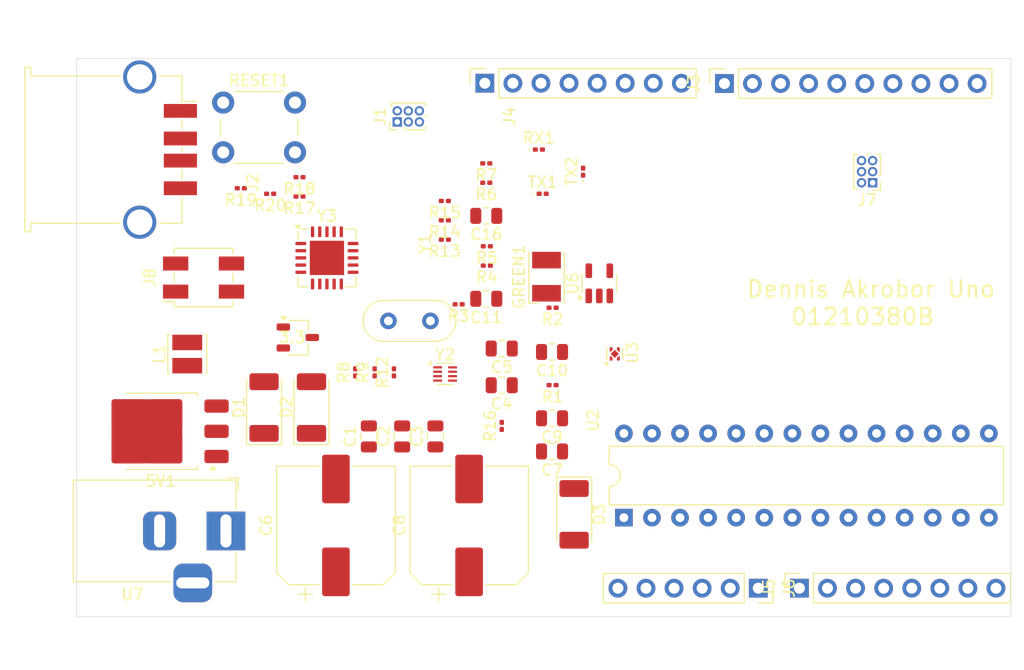
<source format=kicad_pcb>
(kicad_pcb (version 20240108) (generator "pcbnew") (generator_version "8.0")
  (layers (0 "F.Cu" signal) (31 "B.Cu" signal) (34 "B.Paste" user) (35 "F.Paste" user) (36 "B.SilkS" user "B.Silkscreen") (37 "F.SilkS" user "F.Silkscreen") (38 "B.Mask" user) (39 "F.Mask" user) (44 "Edge.Cuts" user))
  (net 0 "")
  (net 1 "Net-(RESET1-A)")
  (net 2 "Net-(U1-~{HWB}{slash}PD7)")
  (net 3 "5+")
  (net 4 "Net-(U1-VCC)")
  (net 5 "Net-(U1-UCAP)")
  (net 6 "Net-(GROUND1-A)")
  (net 8 "Net-(D3-K)")
  (net 9 "Net-(U1-XTAL1)")
  (net 10 "Net-(U1-PC0{slash}XTAL2)")
  (net 11 "Net-(U6-BP)")
  (net 12 "Net-(D1-A)")
  (net 13 "Net-(D2-A)")
  (net 14 "Net-(D3-A)")
  (net 15 "Net-(GREEN1-A)")
  (net 16 "Net-(J1-Pin_3)")
  (net 17 "Net-(J1-Pin_4)")
  (net 18 "Net-(J2-D-)")
  (net 19 "Net-(J2-Shield)")
  (net 20 "Net-(J2-D+)")
  (net 21 "USBVCC")
  (net 22 "Net-(J5-Pin_4)")
  (net 23 "Net-(J5-Pin_3)")
  (net 24 "Net-(J5-Pin_5)")
  (net 25 "Net-(J5-Pin_6)")
  (net 26 "Net-(J5-Pin_1)")
  (net 27 "Net-(J5-Pin_2)")
  (net 28 "Net-(J6-Pin_1)")
  (net 29 "Net-(J6-Pin_3)")
  (net 30 "Net-(J6-Pin_2)")
  (net 31 "Net-(J8-Pin_3)")
  (net 32 "Net-(J8-Pin_4)")
  (net 33 "Net-(J8-Pin_2)")
  (net 34 "Net-(J8-Pin_1)")
  (net 35 "Net-(U1-D-)")
  (net 36 "Net-(U1-D+)")
  (net 37 "Net-(TX2-A)")
  (net 38 "Net-(RX1-A)")
  (net 39 "Net-(U1-PD2)")
  (net 40 "Net-(U2-XTAL2{slash}PB7)")
  (net 41 "Net-(U1-PD3)")
  (net 48 "Net-(Q2-G)")
  (net 49 "Net-(TX1-A)")
  (net 50 "Net-(RX1-K)")
  (net 51 "Net-(TX2-K)")
  (net 53 "Net-(J3-Pin_8)")
  (net 55 "Net-(J3-Pin_3)")
  (net 56 "Net-(J3-Pin_1)")
  (net 58 "Net-(J3-Pin_2)")
  (net 59 "Net-(J5-Pin_7)")
  (net 60 "Net-(J5-Pin_8)")
  (net 61 "Net-(J6-Pin_5)")
  (net 62 "Net-(J6-Pin_6)")
  (net 63 "Net-(J6-Pin_4)")
  (net 64 "+3V3")
  (net 69 "Net-(J3-Pin_6)")
  (net 70 "Net-(J3-Pin_5)")
  (net 71 "Net-(J3-Pin_4)")
  (net 72 "Net-(J4-Pin_3)")
  (net 73 "Net-(5V1A-+)")
  (net 74 "Net-(3.3B--)")
  (footprint "Resistor_SMD:R_0201_0603Metric" (layer "F.Cu") (at 114.05 58 180)
    (property "Reference" "R6" (at 0 -1.05 180) (layer "F.SilkS"))
    (property "Value" "R")
    (pad "1" smd roundrect (at -0.32 0 180) (size 0.46 0.4) (layers "F.Cu" "F.Mask") (net 37 "Net-(TX2-A)"))
    (pad "2" smd roundrect (at 0.32 0 180) (size 0.46 0.4) (layers "F.Cu" "F.Mask") (net 3 "5+"))
  )
  (footprint "Capacitor_SMD:C_0805_2012Metric" (layer "F.Cu") (at 120 79.31 180)
    (property "Reference" "C9" (at 0 -1.68 180) (layer "F.SilkS"))
    (property "Value" "C")
    (pad "1" smd roundrect (at -0.95 0 180) (size 1 1.45) (layers "F.Cu" "F.Paste" "F.Mask") (net 3 "5+"))
    (pad "2" smd roundrect (at 0.95 0 180) (size 1 1.45) (layers "F.Cu" "F.Paste" "F.Mask") (net 3 "5+"))
  )
  (footprint "Capacitor_SMD:C_0805_2012Metric" (layer "F.Cu") (at 106.44 80.95 90)
    (property "Reference" "C2" (at 0 -1.68 -90) (layer "F.SilkS"))
    (property "Value" "C")
    (pad "1" smd roundrect (at -0.95 0 90) (size 1 1.45) (layers "F.Cu" "F.Paste" "F.Mask") (net 3 "5+"))
    (pad "2" smd roundrect (at 0.95 0 90) (size 1 1.45) (layers "F.Cu" "F.Paste" "F.Mask") (net 53 "Net-(J3-Pin_8)"))
  )
  (footprint "Capacitor_SMD:C_0805_2012Metric" (layer "F.Cu") (at 120 82.31 180)
    (property "Reference" "C7" (at 0 -1.68 180) (layer "F.SilkS"))
    (property "Value" "C")
    (pad "1" smd roundrect (at -0.95 0 180) (size 1 1.45) (layers "F.Cu" "F.Paste" "F.Mask") (net 3 "5+"))
    (pad "2" smd roundrect (at 0.95 0 180) (size 1 1.45) (layers "F.Cu" "F.Paste" "F.Mask") (net 3 "5+"))
  )
  (footprint "Resistor_SMD:R_0201_0603Metric" (layer "F.Cu") (at 120.05 76.31 180)
    (property "Reference" "R1" (at 0 -1.05 180) (layer "F.SilkS"))
    (property "Value" "R")
    (pad "1" smd roundrect (at -0.32 0 180) (size 0.46 0.4) (layers "F.Cu" "F.Mask") (net 20 "Net-(J2-D+)"))
    (pad "2" smd roundrect (at 0.32 0 180) (size 0.46 0.4) (layers "F.Cu" "F.Mask") (net 35 "Net-(U1-D-)"))
  )
  (footprint "Connector_PinSocket_2.54mm:PinSocket_1x08_P2.54mm_Vertical" (layer "F.Cu") (at 113.92 49 90)
    (property "Reference" "J4" (at -3 2.23 -90) (layer "F.SilkS"))
    (property "Value" "Conn_01x08_Socket")
    (pad "1" thru_hole rect (at 0 0 90) (size 1.7 1.7) (drill 1) (layers "*.Cu" "*.Mask"))
    (pad "2" thru_hole oval (at 0 2.54 90) (size 1.7 1.7) (drill 1) (layers "*.Cu" "*.Mask") (net 3 "5+"))
    (pad "3" thru_hole oval (at 0 5.08 90) (size 1.7 1.7) (drill 1) (layers "*.Cu" "*.Mask") (net 72 "Net-(J4-Pin_3)"))
    (pad "4" thru_hole oval (at 0 7.62 90) (size 1.7 1.7) (drill 1) (layers "*.Cu" "*.Mask") (net 64 "+3V3"))
    (pad "5" thru_hole oval (at 0 10.16 90) (size 1.7 1.7) (drill 1) (layers "*.Cu" "*.Mask") (net 3 "5+"))
    (pad "6" thru_hole oval (at 0 12.7 90) (size 1.7 1.7) (drill 1) (layers "*.Cu" "*.Mask"))
    (pad "7" thru_hole oval (at 0 15.24 90) (size 1.7 1.7) (drill 1) (layers "*.Cu" "*.Mask"))
    (pad "8" thru_hole oval (at 0 17.78 90) (size 1.7 1.7) (drill 1) (layers "*.Cu" "*.Mask"))
  )
  (footprint "Resistor_SMD:R_0201_0603Metric" (layer "F.Cu") (at 103.95 75.155 90)
    (property "Reference" "R9" (at 0 -1.05 -90) (layer "F.SilkS"))
    (property "Value" "R")
    (pad "1" smd roundrect (at -0.32 0 90) (size 0.46 0.4) (layers "F.Cu" "F.Mask") (net 72 "Net-(J4-Pin_3)"))
    (pad "2" smd roundrect (at 0.32 0 90) (size 0.46 0.4) (layers "F.Cu" "F.Mask") (net 40 "Net-(U2-XTAL2{slash}PB7)"))
  )
  (footprint "Button_Switch_THT:SW_PUSH_6mm" (layer "F.Cu") (at 90.25 50.75)
    (property "Reference" "RESET1" (at 3.25 -2 0) (layer "F.SilkS"))
    (property "Value" "SolderJumper_2_Open")
    (pad "1" thru_hole circle (at 0 0 90) (size 2 2) (drill 1.1) (layers "*.Cu" "*.Mask") (net 1 "Net-(RESET1-A)"))
    (pad "1" thru_hole circle (at 6.5 0 90) (size 2 2) (drill 1.1) (layers "*.Cu" "*.Mask") (net 1 "Net-(RESET1-A)"))
    (pad "2" thru_hole circle (at 0 4.5 90) (size 2 2) (drill 1.1) (layers "*.Cu" "*.Mask") (net 1 "Net-(RESET1-A)"))
    (pad "2" thru_hole circle (at 6.5 4.5 90) (size 2 2) (drill 1.1) (layers "*.Cu" "*.Mask") (net 1 "Net-(RESET1-A)"))
  )
  (footprint "Resistor_SMD:R_0201_0603Metric" (layer "F.Cu") (at 114.05 56.25 180)
    (property "Reference" "R7" (at 0 -1.05 180) (layer "F.SilkS"))
    (property "Value" "R")
    (pad "1" smd roundrect (at -0.32 0 180) (size 0.46 0.4) (layers "F.Cu" "F.Mask") (net 38 "Net-(RX1-A)"))
    (pad "2" smd roundrect (at 0.32 0 180) (size 0.46 0.4) (layers "F.Cu" "F.Mask") (net 3 "5+"))
  )
  (footprint "Connector_PinSocket_2.54mm:PinSocket_1x08_P2.54mm_Vertical" (layer "F.Cu") (at 142.38 94.68 90)
    (property "Reference" "J5" (at 0 -2.77 -90) (layer "F.SilkS"))
    (property "Value" "Conn_01x08_Socket")
    (pad "1" thru_hole rect (at 0 0 90) (size 1.7 1.7) (drill 1) (layers "*.Cu" "*.Mask") (net 26 "Net-(J5-Pin_1)"))
    (pad "2" thru_hole oval (at 0 2.54 90) (size 1.7 1.7) (drill 1) (layers "*.Cu" "*.Mask") (net 27 "Net-(J5-Pin_2)"))
    (pad "3" thru_hole oval (at 0 5.08 90) (size 1.7 1.7) (drill 1) (layers "*.Cu" "*.Mask") (net 23 "Net-(J5-Pin_3)"))
    (pad "4" thru_hole oval (at 0 7.62 90) (size 1.7 1.7) (drill 1) (layers "*.Cu" "*.Mask") (net 22 "Net-(J5-Pin_4)"))
    (pad "5" thru_hole oval (at 0 10.16 90) (size 1.7 1.7) (drill 1) (layers "*.Cu" "*.Mask") (net 24 "Net-(J5-Pin_5)"))
    (pad "6" thru_hole oval (at 0 12.7 90) (size 1.7 1.7) (drill 1) (layers "*.Cu" "*.Mask") (net 25 "Net-(J5-Pin_6)"))
    (pad "7" thru_hole oval (at 0 15.24 90) (size 1.7 1.7) (drill 1) (layers "*.Cu" "*.Mask") (net 59 "Net-(J5-Pin_7)"))
    (pad "8" thru_hole oval (at 0 17.78 90) (size 1.7 1.7) (drill 1) (layers "*.Cu" "*.Mask") (net 60 "Net-(J5-Pin_8)"))
  )
  (footprint "Resistor_SMD:R_0201_0603Metric" (layer "F.Cu") (at 91.845 58.5 180)
    (property "Reference" "R19" (at 0 -1.05 180) (layer "F.SilkS"))
    (property "Value" "R")
    (pad "1" smd roundrect (at -0.32 0 180) (size 0.46 0.4) (layers "F.Cu" "F.Mask") (net 73 "Net-(5V1A-+)"))
    (pad "2" smd roundrect (at 0.32 0 180) (size 0.46 0.4) (layers "F.Cu" "F.Mask"))
  )
  (footprint "Resistor_SMD:R_0201_0603Metric" (layer "F.Cu") (at 120.05 69.31 180)
    (property "Reference" "R2" (at 0 -1.05 180) (layer "F.SilkS"))
    (property "Value" "R")
    (pad "1" smd roundrect (at -0.32 0 180) (size 0.46 0.4) (layers "F.Cu" "F.Mask") (net 3 "5+"))
    (pad "2" smd roundrect (at 0.32 0 180) (size 0.46 0.4) (layers "F.Cu" "F.Mask") (net 2 "Net-(U1-~{HWB}{slash}PD7)"))
  )
  (footprint "Crystal:Crystal_HC52-6mm_Vertical" (layer "F.Cu") (at 109 70.5 180)
    (property "Reference" "Y1" (at 0.5 7 -90) (layer "F.SilkS"))
    (property "Value" "Crystal")
    (pad "1" thru_hole circle (at 0 0 180) (size 1.5 1.5) (drill 0.8) (layers "*.Cu" "*.Mask") (net 9 "Net-(U1-XTAL1)"))
    (pad "2" thru_hole circle (at 3.8 0 180) (size 1.5 1.5) (drill 0.8) (layers "*.Cu" "*.Mask") (net 10 "Net-(U1-PC0{slash}XTAL2)"))
  )
  (footprint "Diode_SMD:D_2010_5025Metric_Pad1.52x2.65mm_HandSolder" (layer "F.Cu") (at 93.95 78.3375 90)
    (property "Reference" "D1" (at 0 -2.28 -90) (layer "F.SilkS"))
    (property "Value" "D")
    (pad "1" smd roundrect (at -2.3375 0 90) (size 1.525 2.65) (layers "F.Cu" "F.Paste" "F.Mask") (roundrect_rratio 0.163934) (net 3 "5+"))
    (pad "2" smd roundrect (at 2.3375 0 90) (size 1.525 2.65) (layers "F.Cu" "F.Paste" "F.Mask") (roundrect_rratio 0.163934) (net 12 "Net-(D1-A)"))
  )
  (footprint "Capacitor_SMD:CP_Elec_10x10.5" (layer "F.Cu") (at 100.45 89 90)
    (property "Reference" "C6" (at 0 -6.3 -90) (layer "F.SilkS"))
    (property "Value" "C_Polarized")
    (pad "1" smd roundrect (at -4.2 0 90) (size 4.4 2.5) (layers "F.Cu" "F.Paste" "F.Mask") (roundrect_rratio 0.1) (net 3 "5+"))
    (pad "2" smd roundrect (at 4.2 0 90) (size 4.4 2.5) (layers "F.Cu" "F.Paste" "F.Mask") (roundrect_rratio 0.1))
  )
  (footprint "LED_SMD:LED_PLCC-2_3.4x3.0mm_AK" (layer "F.Cu") (at 119.5 66.5 90)
    (property "Reference" "GREEN1" (at 0 -2.5 -90) (layer "F.SilkS"))
    (property "Value" "ON")
    (pad "1" smd rect (at 1.5 0 90) (size 1.5 2.6) (layers "F.Cu" "F.Paste" "F.Mask") (net 3 "5+"))
    (pad "2" smd rect (at -1.5 0 90) (size 1.5 2.6) (layers "F.Cu" "F.Paste" "F.Mask") (net 15 "Net-(GREEN1-A)"))
  )
  (footprint "Capacitor_SMD:C_0805_2012Metric" (layer "F.Cu") (at 103.43 80.95 90)
    (property "Reference" "C1" (at 0 -1.68 -90) (layer "F.SilkS"))
    (property "Value" "C")
    (pad "1" smd roundrect (at -0.95 0 90) (size 1 1.45) (layers "F.Cu" "F.Paste" "F.Mask") (net 1 "Net-(RESET1-A)"))
    (pad "2" smd roundrect (at 0.95 0 90) (size 1 1.45) (layers "F.Cu" "F.Paste" "F.Mask") (net 2 "Net-(U1-~{HWB}{slash}PD7)"))
  )
  (footprint "Capacitor_SMD:C_0805_2012Metric" (layer "F.Cu") (at 114.05 68.5 180)
    (property "Reference" "C11" (at 0 -1.68 180) (layer "F.SilkS"))
    (property "Value" "22P")
    (pad "1" smd roundrect (at -0.95 0 180) (size 1 1.45) (layers "F.Cu" "F.Paste" "F.Mask") (net 3 "5+"))
    (pad "2" smd roundrect (at 0.95 0 180) (size 1 1.45) (layers "F.Cu" "F.Paste" "F.Mask") (net 10 "Net-(U1-PC0{slash}XTAL2)"))
  )
  (footprint "Capacitor_SMD:C_0805_2012Metric" (layer "F.Cu") (at 115.45 76.32 180)
    (property "Reference" "C4" (at 0 -1.68 180) (layer "F.SilkS"))
    (property "Value" "C")
    (pad "1" smd roundrect (at -0.95 0 180) (size 1 1.45) (layers "F.Cu" "F.Paste" "F.Mask") (net 5 "Net-(U1-UCAP)"))
    (pad "2" smd roundrect (at 0.95 0 180) (size 1 1.45) (layers "F.Cu" "F.Paste" "F.Mask") (net 6 "Net-(GROUND1-A)"))
  )
  (footprint "LED_SMD:LED_0201_0603Metric" (layer "F.Cu") (at 118.81 55)
    (property "Reference" "RX1" (at 0 -1.05 0) (layer "F.SilkS"))
    (property "Value" "YELLOW")
    (pad "1" smd roundrect (at -0.32 0) (size 0.46 0.4) (layers "F.Cu" "F.Mask") (net 50 "Net-(RX1-K)"))
    (pad "2" smd roundrect (at 0.32 0) (size 0.46 0.4) (layers "F.Cu" "F.Mask") (net 38 "Net-(RX1-A)"))
  )
  (footprint "Package_TO_SOT_SMD:TO-252-3_TabPin2" (layer "F.Cu") (at 84.61 80.4875 180)
    (property "Reference" "5V1" (at 0 -4.5 180) (layer "F.SilkS"))
    (property "Value" "LMV358")
    (pad "1" smd roundrect (at -5.04 -2.28 180) (size 2.2 1.2) (layers "F.Cu" "F.Paste" "F.Mask") (roundrect_rratio 0.208333) (net 48 "Net-(Q2-G)"))
    (pad "2" smd roundrect (at -5.04 0 180) (size 2.2 1.2) (layers "F.Cu" "F.Paste" "F.Mask") (roundrect_rratio 0.208333))
    (pad "2" smd roundrect (at -0.415 -1.525 180) (size 3.05 2.75) (layers "F.Cu" "F.Paste") (roundrect_rratio 0.090909))
    (pad "2" smd roundrect (at -0.415 1.525 180) (size 3.05 2.75) (layers "F.Cu" "F.Paste") (roundrect_rratio 0.090909))
    (pad "2" smd roundrect (at 1.26 0 180) (size 6.4 5.8) (layers "F.Cu" "F.Mask") (roundrect_rratio 0.043103))
    (pad "2" smd roundrect (at 2.935 -1.525 180) (size 3.05 2.75) (layers "F.Cu" "F.Paste") (roundrect_rratio 0.090909))
    (pad "2" smd roundrect (at 2.935 1.525 180) (size 3.05 2.75) (layers "F.Cu" "F.Paste") (roundrect_rratio 0.090909))
    (pad "3" smd roundrect (at -5.04 2.28 180) (size 2.2 1.2) (layers "F.Cu" "F.Paste" "F.Mask") (roundrect_rratio 0.208333) (net 73 "Net-(5V1A-+)"))
  )
  (footprint "Resistor_SMD:R_0201_0603Metric" (layer "F.Cu") (at 102.2 75.155 90)
    (property "Reference" "R8" (at 0 -1.05 -90) (layer "F.SilkS"))
    (property "Value" "R")
    (pad "1" smd roundrect (at -0.32 0 90) (size 0.46 0.4) (layers "F.Cu" "F.Mask") (net 39 "Net-(U1-PD2)"))
    (pad "2" smd roundrect (at 0.32 0 90) (size 0.46 0.4) (layers "F.Cu" "F.Mask") (net 60 "Net-(J5-Pin_8)"))
  )
  (footprint "Package_DIP:DIP-28_W7.62mm" (layer "F.Cu") (at 126.5 88.3 90)
    (property "Reference" "U2" (at 8.81 -2.78 -90) (layer "F.SilkS"))
    (property "Value" "ATmega328P-P")
    (pad "1" thru_hole rect (at 0 0 90) (size 1.6 1.6) (drill 0.8) (layers "*.Cu" "*.Mask") (net 13 "Net-(D2-A)"))
    (pad "2" thru_hole oval (at 0 2.54 90) (size 1.6 1.6) (drill 0.8) (layers "*.Cu" "*.Mask") (net 26 "Net-(J5-Pin_1)"))
    (pad "3" thru_hole oval (at 0 5.08 90) (size 1.6 1.6) (drill 0.8) (layers "*.Cu" "*.Mask") (net 27 "Net-(J5-Pin_2)"))
    (pad "4" thru_hole oval (at 0 7.62 90) (size 1.6 1.6) (drill 0.8) (layers "*.Cu" "*.Mask") (net 23 "Net-(J5-Pin_3)"))
    (pad "5" thru_hole oval (at 0 10.16 90) (size 1.6 1.6) (drill 0.8) (layers "*.Cu" "*.Mask") (net 22 "Net-(J5-Pin_4)"))
    (pad "6" thru_hole oval (at 0 12.7 90) (size 1.6 1.6) (drill 0.8) (layers "*.Cu" "*.Mask") (net 24 "Net-(J5-Pin_5)"))
    (pad "7" thru_hole oval (at 0 15.24 90) (size 1.6 1.6) (drill 0.8) (layers "*.Cu" "*.Mask") (net 3 "5+"))
    (pad "8" thru_hole oval (at 0 17.78 90) (size 1.6 1.6) (drill 0.8) (layers "*.Cu" "*.Mask") (net 3 "5+"))
    (pad "9" thru_hole oval (at 0 20.32 90) (size 1.6 1.6) (drill 0.8) (layers "*.Cu" "*.Mask") (net 72 "Net-(J4-Pin_3)"))
    (pad "10" thru_hole oval (at 0 22.86 90) (size 1.6 1.6) (drill 0.8) (layers "*.Cu" "*.Mask") (net 40 "Net-(U2-XTAL2{slash}PB7)"))
    (pad "11" thru_hole oval (at 0 25.4 90) (size 1.6 1.6) (drill 0.8) (layers "*.Cu" "*.Mask") (net 25 "Net-(J5-Pin_6)"))
    (pad "12" thru_hole oval (at 0 27.94 90) (size 1.6 1.6) (drill 0.8) (layers "*.Cu" "*.Mask") (net 59 "Net-(J5-Pin_7)"))
    (pad "13" thru_hole oval (at 0 30.48 90) (size 1.6 1.6) (drill 0.8) (layers "*.Cu" "*.Mask") (net 60 "Net-(J5-Pin_8)"))
    (pad "14" thru_hole oval (at 0 33.02 90) (size 1.6 1.6) (drill 0.8) (layers "*.Cu" "*.Mask") (net 56 "Net-(J3-Pin_1)"))
    (pad "15" thru_hole oval (at 7.62 33.02 90) (size 1.6 1.6) (drill 0.8) (layers "*.Cu" "*.Mask") (net 58 "Net-(J3-Pin_2)"))
    (pad "16" thru_hole oval (at 7.62 30.48 90) (size 1.6 1.6) (drill 0.8) (layers "*.Cu" "*.Mask") (net 55 "Net-(J3-Pin_3)"))
    (pad "17" thru_hole oval (at 7.62 27.94 90) (size 1.6 1.6) (drill 0.8) (layers "*.Cu" "*.Mask") (net 71 "Net-(J3-Pin_4)"))
    (pad "18" thru_hole oval (at 7.62 25.4 90) (size 1.6 1.6) (drill 0.8) (layers "*.Cu" "*.Mask") (net 70 "Net-(J3-Pin_5)"))
    (pad "19" thru_hole oval (at 7.62 22.86 90) (size 1.6 1.6) (drill 0.8) (layers "*.Cu" "*.Mask") (net 69 "Net-(J3-Pin_6)"))
    (pad "20" thru_hole oval (at 7.62 20.32 90) (size 1.6 1.6) (drill 0.8) (layers "*.Cu" "*.Mask") (net 3 "5+"))
    (pad "21" thru_hole oval (at 7.62 17.78 90) (size 1.6 1.6) (drill 0.8) (layers "*.Cu" "*.Mask") (net 21 "USBVCC"))
    (pad "22" thru_hole oval (at 7.62 15.24 90) (size 1.6 1.6) (drill 0.8) (layers "*.Cu" "*.Mask"))
    (pad "23" thru_hole oval (at 7.62 12.7 90) (size 1.6 1.6) (drill 0.8) (layers "*.Cu" "*.Mask") (net 28 "Net-(J6-Pin_1)"))
    (pad "24" thru_hole oval (at 7.62 10.16 90) (size 1.6 1.6) (drill 0.8) (layers "*.Cu" "*.Mask") (net 30 "Net-(J6-Pin_2)"))
    (pad "25" thru_hole oval (at 7.62 7.62 90) (size 1.6 1.6) (drill 0.8) (layers "*.Cu" "*.Mask") (net 29 "Net-(J6-Pin_3)"))
    (pad "26" thru_hole oval (at 7.62 5.08 90) (size 1.6 1.6) (drill 0.8) (layers "*.Cu" "*.Mask") (net 63 "Net-(J6-Pin_4)"))
    (pad "27" thru_hole oval (at 7.62 2.54 90) (size 1.6 1.6) (drill 0.8) (layers "*.Cu" "*.Mask") (net 61 "Net-(J6-Pin_5)"))
    (pad "28" thru_hole oval (at 7.62 0 90) (size 1.6 1.6) (drill 0.8) (layers "*.Cu" "*.Mask") (net 3 "5+"))
  )
  (footprint "Resistor_SMD:R_0201_0603Metric" (layer "F.Cu") (at 115.45 80 90)
    (property "Reference" "R16" (at 0 -1.05 -90) (layer "F.SilkS"))
    (property "Value" "R")
    (pad "1" smd roundrect (at -0.32 0 90) (size 0.46 0.4) (layers "F.Cu" "F.Mask") (net 3 "5+"))
    (pad "2" smd roundrect (at 0.32 0 90) (size 0.46 0.4) (layers "F.Cu" "F.Mask") (net 15 "Net-(GREEN1-A)"))
  )
  (footprint "Connector_PinSocket_2.54mm:PinSocket_1x10_P2.54mm_Vertical" (layer "F.Cu") (at 135.595 49.025 90)
    (property "Reference" "J3" (at 0 -2.77 -90) (layer "F.SilkS"))
    (property "Value" "Conn_01x10_Socket")
    (pad "1" thru_hole rect (at 0 0 90) (size 1.7 1.7) (drill 1) (layers "*.Cu" "*.Mask") (net 56 "Net-(J3-Pin_1)"))
    (pad "2" thru_hole oval (at 0 2.54 90) (size 1.7 1.7) (drill 1) (layers "*.Cu" "*.Mask") (net 58 "Net-(J3-Pin_2)"))
    (pad "3" thru_hole oval (at 0 5.08 90) (size 1.7 1.7) (drill 1) (layers "*.Cu" "*.Mask") (net 55 "Net-(J3-Pin_3)"))
    (pad "4" thru_hole oval (at 0 7.62 90) (size 1.7 1.7) (drill 1) (layers "*.Cu" "*.Mask") (net 71 "Net-(J3-Pin_4)"))
    (pad "5" thru_hole oval (at 0 10.16 90) (size 1.7 1.7) (drill 1) (layers "*.Cu" "*.Mask") (net 70 "Net-(J3-Pin_5)"))
    (pad "6" thru_hole oval (at 0 12.7 90) (size 1.7 1.7) (drill 1) (layers "*.Cu" "*.Mask") (net 69 "Net-(J3-Pin_6)"))
    (pad "7" thru_hole oval (at 0 15.24 90) (size 1.7 1.7) (drill 1) (layers "*.Cu" "*.Mask") (net 3 "5+"))
    (pad "8" thru_hole oval (at 0 17.78 90) (size 1.7 1.7) (drill 1) (layers "*.Cu" "*.Mask") (net 53 "Net-(J3-Pin_8)"))
    (pad "9" thru_hole oval (at 0 20.32 90) (size 1.7 1.7) (drill 1) (layers "*.Cu" "*.Mask"))
    (pad "10" thru_hole oval (at 0 22.86 90) (size 1.7 1.7) (drill 1) (layers "*.Cu" "*.Mask"))
  )
  (footprint "Connector_BarrelJack:BarrelJack_Horizontal" (layer "F.Cu") (at 90.5 89.5)
    (property "Reference" "U7" (at -8.45 5.75 0) (layer "F.SilkS"))
    (property "Value" "LM7805_TO220")
    (pad "1" thru_hole rect (at 0 0) (size 3.5 3.5) (drill oval 1 3) (layers "*.Cu" "*.Mask") (net 3 "5+"))
    (pad "2" thru_hole roundrect (at -6 0) (size 3 3.5) (drill oval 1 3) (layers "*.Cu" "*.Mask") (net 3 "5+"))
    (pad "3" thru_hole roundrect (at -3 4.7) (size 3.5 3.5) (drill oval 3 1) (layers "*.Cu" "*.Mask") (net 14 "Net-(D3-A)"))
  )
  (footprint "Resistor_SMD:R_0201_0603Metric" (layer "F.Cu") (at 110.305 59.65 180)
    (property "Reference" "R15" (at 0 -1.05 180) (layer "F.SilkS"))
    (property "Value" "R")
    (pad "1" smd roundrect (at -0.32 0 180) (size 0.46 0.4) (layers "F.Cu" "F.Mask") (net 3 "5+"))
    (pad "2" smd roundrect (at 0.32 0 180) (size 0.46 0.4) (layers "F.Cu" "F.Mask") (net 15 "Net-(GREEN1-A)"))
  )
  (footprint "Resistor_SMD:R_0201_0603Metric" (layer "F.Cu") (at 94.5 59 180)
    (property "Reference" "R20" (at 0 -1.05 180) (layer "F.SilkS"))
    (property "Value" "R")
    (pad "1" smd roundrect (at -0.32 0 180) (size 0.46 0.4) (layers "F.Cu" "F.Mask") (net 49 "Net-(TX1-A)"))
    (pad "2" smd roundrect (at 0.32 0 180) (size 0.46 0.4) (layers "F.Cu" "F.Mask") (net 74 "Net-(3.3B--)"))
  )
  (footprint "Inductor_SMD:L_Cenker_CKCS3012" (layer "F.Cu") (at 87 73.5 90)
    (property "Reference" "L1" (at 0 -2.5 -90) (layer "F.SilkS"))
    (property "Value" "BLM21")
    (pad "1" smd rect (at -1.05 0 90) (size 1.4 2.7) (layers "F.Cu" "F.Paste" "F.Mask") (net 19 "Net-(J2-Shield)"))
    (pad "2" smd rect (at 1.05 0 90) (size 1.4 2.7) (layers "F.Cu" "F.Paste" "F.Mask") (net 6 "Net-(GROUND1-A)"))
  )
  (footprint "Connector_PinHeader_1.00mm:PinHeader_2x03_P1.00mm_Vertical" (layer "F.Cu") (at 106 52.5 90)
    (property "Reference" "J1" (at 0.5 -1.56 -90) (layer "F.SilkS"))
    (property "Value" "Conn_02x03_Odd_Even")
    (pad "1" thru_hole rect (at 0 0 90) (size 0.85 0.85) (drill 0.5) (layers "*.Cu" "*.Mask") (net 3 "5+"))
    (pad "2" thru_hole oval (at 1 0 90) (size 0.85 0.85) (drill 0.5) (layers "*.Cu" "*.Mask") (net 3 "5+"))
    (pad "3" thru_hole oval (at 0 1 90) (size 0.85 0.85) (drill 0.5) (layers "*.Cu" "*.Mask") (net 16 "Net-(J1-Pin_3)"))
    (pad "4" thru_hole oval (at 1 1 90) (size 0.85 0.85) (drill 0.5) (layers "*.Cu" "*.Mask") (net 17 "Net-(J1-Pin_4)"))
    (pad "5" thru_hole oval (at 0 2 90) (size 0.85 0.85) (drill 0.5) (layers "*.Cu" "*.Mask") (net 12 "Net-(D1-A)"))
    (pad "6" thru_hole oval (at 1 2 90) (size 0.85 0.85) (drill 0.5) (layers "*.Cu" "*.Mask") (net 3 "5+"))
  )
  (footprint "Capacitor_SMD:CP_Elec_10x10.5" (layer "F.Cu") (at 112.5 89 90)
    (property "Reference" "C8" (at 0 -6.3 -90) (layer "F.SilkS"))
    (property "Value" "C_Polarized")
    (pad "1" smd roundrect (at -4.2 0 90) (size 4.4 2.5) (layers "F.Cu" "F.Paste" "F.Mask") (roundrect_rratio 0.1) (net 8 "Net-(D3-K)"))
    (pad "2" smd roundrect (at 4.2 0 90) (size 4.4 2.5) (layers "F.Cu" "F.Paste" "F.Mask") (roundrect_rratio 0.1) (net 3 "5+"))
  )
  (footprint "Resistor_SMD:R_0201_0603Metric" (layer "F.Cu") (at 111.55 69 180)
    (property "Reference" "R3" (at 0 -1.05 180) (layer "F.SilkS"))
    (property "Value" "R")
    (pad "1" smd roundrect (at -0.32 0 180) (size 0.46 0.4) (layers "F.Cu" "F.Mask") (net 18 "Net-(J2-D-)"))
    (pad "2" smd roundrect (at 0.32 0 180) (size 0.46 0.4) (layers "F.Cu" "F.Mask") (net 36 "Net-(U1-D+)"))
  )
  (footprint "Resistor_SMD:R_0201_0603Metric" (layer "F.Cu") (at 110.305 61.4 180)
    (property "Reference" "R14" (at 0 -1.05 180) (layer "F.SilkS"))
    (property "Value" "R")
    (pad "1" smd roundrect (at -0.32 0 180) (size 0.46 0.4) (layers "F.Cu" "F.Mask"))
    (pad "2" smd roundrect (at 0.32 0 180) (size 0.46 0.4) (layers "F.Cu" "F.Mask"))
  )
  (footprint "Capacitor_SMD:C_0805_2012Metric" (layer "F.Cu") (at 120 73.31 180)
    (property "Reference" "C10" (at 0 -1.68 180) (layer "F.SilkS"))
    (property "Value" "22p")
    (pad "1" smd roundrect (at -0.95 0 180) (size 1 1.45) (layers "F.Cu" "F.Paste" "F.Mask") (net 3 "5+"))
    (pad "2" smd roundrect (at 0.95 0 180) (size 1 1.45) (layers "F.Cu" "F.Paste" "F.Mask") (net 9 "Net-(U1-XTAL1)"))
  )
  (footprint "Connector_Samtec_HLE_SMD:Samtec_HLE-102-02-xxx-DV_2x02_P2.54mm_Horizontal" (layer "F.Cu") (at 88.475 66.58 90)
    (property "Reference" "J8" (at 0 -4.87 -90) (layer "F.SilkS"))
    (property "Value" "Conn_02x02_Odd_Even")
    (pad "1" smd rect (at -1.27 -2.525 90) (size 1.27 2.29) (layers "F.Cu" "F.Paste" "F.Mask") (net 34 "Net-(J8-Pin_1)"))
    (pad "2" smd rect (at -1.27 2.525 90) (size 1.27 2.29) (layers "F.Cu" "F.Paste" "F.Mask") (net 33 "Net-(J8-Pin_2)"))
    (pad "3" smd rect (at 1.27 -2.525 90) (size 1.27 2.29) (layers "F.Cu" "F.Paste" "F.Mask") (net 31 "Net-(J8-Pin_3)"))
    (pad "4" smd rect (at 1.27 2.525 90) (size 1.27 2.29) (layers "F.Cu" "F.Paste" "F.Mask") (net 32 "Net-(J8-Pin_4)"))
  )
  (footprint "LED_SMD:LED_0201_0603Metric" (layer "F.Cu") (at 119.155 59)
    (property "Reference" "TX1" (at 0 -1.05 0) (layer "F.SilkS"))
    (property "Value" "YELLOW")
    (pad "1" smd roundrect (at -0.32 0) (size 0.46 0.4) (layers "F.Cu" "F.Mask") (net 3 "5+"))
    (pad "2" smd roundrect (at 0.32 0) (size 0.46 0.4) (layers "F.Cu" "F.Mask") (net 49 "Net-(TX1-A)"))
  )
  (footprint "Resistor_SMD:R_0201_0603Metric" (layer "F.Cu") (at 114.1 63.75 180)
    (property "Reference" "R5" (at 0 -1.05 180) (layer "F.SilkS"))
    (property "Value" "R")
    (pad "1" smd roundrect (at -0.32 0 180) (size 0.46 0.4) (layers "F.Cu" "F.Mask") (net 9 "Net-(U1-XTAL1)"))
    (pad "2" smd roundrect (at 0.32 0 180) (size 0.46 0.4) (layers "F.Cu" "F.Mask") (net 10 "Net-(U1-PC0{slash}XTAL2)"))
  )
  (footprint "Package_DFN_QFN:TQFN-20-1EP_5x5mm_P0.65mm_EP3.1x3.1mm" (layer "F.Cu") (at 99.6375 64.8)
    (property "Reference" "Y3" (at 0 -3.8 0) (layer "F.SilkS"))
    (property "Value" "Crystal_GND3_Small")
    (pad "1" smd roundrect (at -2.3625 -1.3) (size 0.975 0.3) (layers "F.Cu" "F.Paste" "F.Mask") (net 40 "Net-(U2-XTAL2{slash}PB7)"))
    (pad "2" smd roundrect (at -2.3625 -0.65) (size 0.975 0.3) (layers "F.Cu" "F.Paste" "F.Mask") (net 72 "Net-(J4-Pin_3)"))
    (pad "3" smd roundrect (at -2.3625 0) (size 0.975 0.3) (layers "F.Cu" "F.Paste" "F.Mask") (net 3 "5+"))
    (pad "4" smd roundrect (at -2.3625 0.65) (size 0.975 0.3) (layers "F.Cu" "F.Paste" "F.Mask"))
    (pad "5" smd roundrect (at -2.3625 1.3) (size 0.975 0.3) (layers "F.Cu" "F.Paste" "F.Mask"))
    (pad "6" smd roundrect (at -1.3 2.3625) (size 0.3 0.975) (layers "F.Cu" "F.Paste" "F.Mask"))
    (pad "7" smd roundrect (at -0.65 2.3625) (size 0.3 0.975) (layers "F.Cu" "F.Paste" "F.Mask"))
    (pad "8" smd roundrect (at 0 2.3625) (size 0.3 0.975) (layers "F.Cu" "F.Paste" "F.Mask"))
    (pad "9" smd roundrect (at 0.65 2.3625) (size 0.3 0.975) (layers "F.Cu" "F.Paste" "F.Mask"))
    (pad "10" smd roundrect (at 1.3 2.3625) (size 0.3 0.975) (layers "F.Cu" "F.Paste" "F.Mask"))
    (pad "11" smd roundrect (at 2.3625 1.3) (size 0.975 0.3) (layers "F.Cu" "F.Paste" "F.Mask"))
    (pad "12" smd roundrect (at 2.3625 0.65) (size 0.975 0.3) (layers "F.Cu" "F.Paste" "F.Mask"))
    (pad "13" smd roundrect (at 2.3625 0) (size 0.975 0.3) (layers "F.Cu" "F.Paste" "F.Mask"))
    (pad "14" smd roundrect (at 2.3625 -0.65) (size 0.975 0.3) (layers "F.Cu" "F.Paste" "F.Mask"))
    (pad "15" smd roundrect (at 2.3625 -1.3) (size 0.975 0.3) (layers "F.Cu" "F.Paste" "F.Mask"))
    (pad "16" smd roundrect (at 1.3 -2.3625) (size 0.3 0.975) (layers "F.Cu" "F.Paste" "F.Mask"))
    (pad "17" smd roundrect (at 0.65 -2.3625) (size 0.3 0.975) (layers "F.Cu" "F.Paste" "F.Mask"))
    (pad "18" smd roundrect (at 0 -2.3625) (size 0.3 0.975) (layers "F.Cu" "F.Paste" "F.Mask"))
    (pad "19" smd roundrect (at -0.65 -2.3625) (size 0.3 0.975) (layers "F.Cu" "F.Paste" "F.Mask"))
    (pad "20" smd roundrect (at -1.3 -2.3625) (size 0.3 0.975) (layers "F.Cu" "F.Paste" "F.Mask"))
    (pad "21" smd rect (at 0 0) (size 3.1 3.1) (property pad_prop_heatsink) (layers "F.Cu" "F.Mask"))
  )
  (footprint "Capacitor_SMD:C_0805_2012Metric" (layer "F.Cu") (at 114.05 61 180)
    (property "Reference" "C16" (at 0 -1.68 180) (layer "F.SilkS"))
    (property "Value" "C")
    (pad "1" smd roundrect (at -0.95 0 180) (size 1 1.45) (layers "F.Cu" "F.Paste" "F.Mask") (net 11 "Net-(U6-BP)"))
    (pad "2" smd roundrect (at 0.95 0 180) (size 1 1.45) (layers "F.Cu" "F.Paste" "F.Mask") (net 3 "5+"))
  )
  (footprint "Package_DFN_QFN:TDFN-8_1.4x1.6mm_P0.4mm" (layer "F.Cu") (at 110.325 75.3)
    (property "Reference" "Y2" (at 0 -1.75 0) (layer "F.SilkS"))
    (property "Value" "Crystal")
    (pad "1" smd roundrect (at -0.675 -0.6) (size 0.8 0.2) (layers "F.Cu" "F.Paste" "F.Mask") (net 9 "Net-(U1-XTAL1)"))
    (pad "2" smd roundrect (at -0.675 -0.2) (size 0.8 0.2) (layers "F.Cu" "F.Paste" "F.Mask") (net 10 "Net-(U1-PC0{slash}XTAL2)"))
    (pad "3" smd roundrect (at -0.675 0.2) (size 0.8 0.2) (layers "F.Cu" "F.Paste" "F.Mask"))
    (pad "4" smd roundrect (at -0.675 0.6) (size 0.8 0.2) (layers "F.Cu" "F.Paste" "F.Mask"))
    (pad "5" smd roundrect (at 0.675 0.6) (size 0.8 0.2) (layers "F.Cu" "F.Paste" "F.Mask"))
    (pad "6" smd roundrect (at 0.675 0.2) (size 0.8 0.2) (layers "F.Cu" "F.Paste" "F.Mask"))
    (pad "7" smd roundrect (at 0.675 -0.2) (size 0.8 0.2) (layers "F.Cu" "F.Paste" "F.Mask"))
    (pad "8" smd roundrect (at 0.675 -0.6) (size 0.8 0.2) (layers "F.Cu" "F.Paste" "F.Mask"))
  )
  (footprint "Diode_SMD:D_2010_5025Metric_Pad1.52x2.65mm_HandSolder" (layer "F.Cu") (at 122 88 -90)
    (property "Reference" "D3" (at 0 -2.28 90) (layer "F.SilkS"))
    (property "Value" "D")
    (pad "1" smd roundrect (at -2.3375 0 270) (size 1.525 2.65) (layers "F.Cu" "F.Paste" "F.Mask") (roundrect_rratio 0.163934) (net 8 "Net-(D3-K)"))
    (pad "2" smd roundrect (at 2.3375 0 270) (size 1.525 2.65) (layers "F.Cu" "F.Paste" "F.Mask") (roundrect_rratio 0.163934) (net 14 "Net-(D3-A)"))
  )
  (footprint "Resistor_SMD:R_0201_0603Metric" (layer "F.Cu") (at 105.7 75.155 90)
    (property "Reference" "R12" (at 0 -1.05 -90) (layer "F.SilkS"))
    (property "Value" "R")
    (pad "1" smd roundrect (at -0.32 0 90) (size 0.46 0.4) (layers "F.Cu" "F.Mask") (net 41 "Net-(U1-PD3)"))
    (pad "2" smd roundrect (at 0.32 0 90) (size 0.46 0.4) (layers "F.Cu" "F.Mask") (net 59 "Net-(J5-Pin_7)"))
  )
  (footprint "Capacitor_SMD:C_0805_2012Metric" (layer "F.Cu") (at 109.45 80.95 90)
    (property "Reference" "C3" (at 0 -1.68 -90) (layer "F.SilkS"))
    (property "Value" "C")
    (pad "1" smd roundrect (at -0.95 0 90) (size 1 1.45) (layers "F.Cu" "F.Paste" "F.Mask") (net 3 "5+"))
    (pad "2" smd roundrect (at 0.95 0 90) (size 1 1.45) (layers "F.Cu" "F.Paste" "F.Mask") (net 4 "Net-(U1-VCC)"))
  )
  (footprint "Connector_USB:USB_A_TE_292303-7_Horizontal" (layer "F.Cu") (at 80 55 -90)
    (property "Reference" "J2" (at 3 -12.92 90) (layer "F.SilkS"))
    (property "Value" "USB_B")
    (pad "1" smd rect (at -3.5 -6.38 270) (size 1.25 3) (layers "F.Cu" "F.Paste" "F.Mask") (net 21 "USBVCC"))
    (pad "2" smd rect (at -1 -6.38 270) (size 1.25 3) (layers "F.Cu" "F.Paste" "F.Mask") (net 18 "Net-(J2-D-)"))
    (pad "3" smd rect (at 1 -6.38 270) (size 1.25 3) (layers "F.Cu" "F.Paste" "F.Mask") (net 20 "Net-(J2-D+)"))
    (pad "4" smd rect (at 3.5 -6.38 270) (size 1.25 3) (layers "F.Cu" "F.Paste" "F.Mask") (net 6 "Net-(GROUND1-A)"))
    (pad "5" thru_hole circle (at -6.57 -2.7 270) (size 3 3) (drill 2.3) (layers "*.Cu" "*.Mask") (net 19 "Net-(J2-Shield)"))
    (pad "5" thru_hole circle (at 6.57 -2.7 270) (size 3 3) (drill 2.3) (layers "*.Cu" "*.Mask") (net 19 "Net-(J2-Shield)"))
  )
  (footprint "Resistor_SMD:R_0201_0603Metric" (layer "F.Cu") (at 114.1 65.5 180)
    (property "Reference" "R4" (at 0 -1.05 180) (layer "F.SilkS"))
    (property "Value" "R")
    (pad "1" smd roundrect (at -0.32 0 180) (size 0.46 0.4) (layers "F.Cu" "F.Mask") (net 12 "Net-(D1-A)"))
    (pad "2" smd roundrect (at 0.32 0 180) (size 0.46 0.4) (layers "F.Cu" "F.Mask") (net 3 "5+"))
  )
  (footprint "Connector_PinSocket_2.54mm:PinSocket_1x06_P2.54mm_Vertical" (layer "F.Cu") (at 138.66 94.68 -90)
    (property "Reference" "J6" (at 0 -2.77 90) (layer "F.SilkS"))
    (property "Value" "Conn_01x06_Socket")
    (pad "1" thru_hole rect (at 0 0 270) (size 1.7 1.7) (drill 1) (layers "*.Cu" "*.Mask") (net 28 "Net-(J6-Pin_1)"))
    (pad "2" thru_hole oval (at 0 2.54 270) (size 1.7 1.7) (drill 1) (layers "*.Cu" "*.Mask") (net 30 "Net-(J6-Pin_2)"))
    (pad "3" thru_hole oval (at 0 5.08 270) (size 1.7 1.7) (drill 1) (layers "*.Cu" "*.Mask") (net 29 "Net-(J6-Pin_3)"))
    (pad "4" thru_hole oval (at 0 7.62 270) (size 1.7 1.7) (drill 1) (layers "*.Cu" "*.Mask") (net 63 "Net-(J6-Pin_4)"))
    (pad "5" thru_hole oval (at 0 10.16 270) (size 1.7 1.7) (drill 1) (layers "*.Cu" "*.Mask") (net 61 "Net-(J6-Pin_5)"))
    (pad "6" thru_hole oval (at 0 12.7 270) (size 1.7 1.7) (drill 1) (layers "*.Cu" "*.Mask") (net 62 "Net-(J6-Pin_6)"))
  )
  (footprint "Connector_PinHeader_1.00mm:PinHeader_2x03_P1.00mm_Vertical" (layer "F.Cu") (at 149 58 180)
    (property "Reference" "J7" (at 0.5 -1.56 180) (layer "F.SilkS"))
    (property "Value" "Conn_02x03_Odd_Even")
    (pad "1" thru_hole rect (at 0 0 180) (size 0.85 0.85) (drill 0.5) (layers "*.Cu" "*.Mask") (net 70 "Net-(J3-Pin_5)"))
    (pad "2" thru_hole oval (at 1 0 180) (size 0.85 0.85) (drill 0.5) (layers "*.Cu" "*.Mask") (net 3 "5+"))
    (pad "3" thru_hole oval (at 0 1 180) (size 0.85 0.85) (drill 0.5) (layers "*.Cu" "*.Mask") (net 69 "Net-(J3-Pin_6)"))
    (pad "4" thru_hole oval (at 1 1 180) (size 0.85 0.85) (drill 0.5) (layers "*.Cu" "*.Mask") (net 71 "Net-(J3-Pin_4)"))
    (pad "5" thru_hole oval (at 0 2 180) (size 0.85 0.85) (drill 0.5) (layers "*.Cu" "*.Mask") (net 72 "Net-(J4-Pin_3)"))
    (pad "6" thru_hole oval (at 1 2 180) (size 0.85 0.85) (drill 0.5) (layers "*.Cu" "*.Mask") (net 3 "5+"))
  )
  (footprint "Resistor_SMD:R_0201_0603Metric" (layer "F.Cu") (at 97.155 59.25 180)
    (property "Reference" "R17" (at 0 -1.05 180) (layer "F.SilkS"))
    (property "Value" "R")
    (pad "1" smd roundrect (at -0.32 0 180) (size 0.46 0.4) (layers "F.Cu" "F.Mask") (net 13 "Net-(D2-A)"))
    (pad "2" smd roundrect (at 0.32 0 180) (size 0.46 0.4) (layers "F.Cu" "F.Mask") (net 3 "5+"))
  )
  (footprint "LED_SMD:LED_0201_0603Metric" (layer "F.Cu") (at 122.81 57 90)
    (property "Reference" "TX2" (at 0 -1.05 -90) (layer "F.SilkS"))
    (property "Value" "YELLOW")
    (pad "1" smd roundrect (at -0.32 0 90) (size 0.46 0.4) (layers "F.Cu" "F.Mask") (net 51 "Net-(TX2-K)"))
    (pad "2" smd roundrect (at 0.32 0 90) (size 0.46 0.4) (layers "F.Cu" "F.Mask") (net 37 "Net-(TX2-A)"))
  )
  (footprint "Package_TO_SOT_SMD:TSOT-23" (layer "F.Cu") (at 97 72)
    (property "Reference" "3.3" (at -0.5 0 0) (layer "F.SilkS"))
    (property "Value" "LMV358")
    (pad "1" smd roundrect (at -1.31 -0.95) (size 1.22 0.65) (layers "F.Cu" "F.Paste" "F.Mask"))
    (pad "2" smd roundrect (at -1.31 0.95) (size 1.22 0.65) (layers "F.Cu" "F.Paste" "F.Mask"))
    (pad "3" smd roundrect (at 1.31 0) (size 1.22 0.65) (layers "F.Cu" "F.Paste" "F.Mask"))
  )
  (footprint "Package_DFN_QFN:OnSemi_XDFN4-1EP_1.0x1.0mm_EP0.52x0.52mm" (layer "F.Cu") (at 125.675 73.485 90)
    (property "Reference" "U3" (at 0.11 1.6 -90) (layer "F.SilkS"))
    (property "Value" "NCP115AMX250TCG")
    (pad "1" smd custom (at -0.485 -0.325) (size 0.26 0.23) (layers "F.Cu" "F.Paste" "F.Mask") (net 3 "5+") (options (clearance outline) (anchor rect)) (primitives (gr_poly (pts (xy 0.13 -0.115) (xy -0.13 -0.115) (xy -0.13 -0.275) (xy -0.02 -0.275)) (width 0) (fill yes))))
    (pad "2" smd custom (at -0.485 0.325) (size 0.26 0.23) (layers "F.Cu" "F.Paste" "F.Mask") (net 3 "5+") (options (clearance outline) (anchor rect)) (primitives (gr_poly (pts (xy 0.13 -0.115) (xy -0.13 -0.115) (xy 0.02 -0.275) (xy 0.13 -0.275)) (width 0) (fill yes))))
    (pad "3" smd custom (at 0.485 0.325 180) (size 0.26 0.23) (layers "F.Cu" "F.Paste" "F.Mask") (net 3 "5+") (options (clearance outline) (anchor rect)) (primitives (gr_poly (pts (xy 0.13 -0.115) (xy -0.13 -0.115) (xy -0.13 -0.275) (xy -0.02 -0.275)) (width 0) (fill yes))))
    (pad "4" smd custom (at 0.485 -0.325 180) (size 0.26 0.23) (layers "F.Cu" "F.Paste" "F.Mask") (net 8 "Net-(D3-K)") (options (clearance outline) (anchor rect)) (primitives (gr_poly (pts (xy 0.13 -0.115) (xy -0.13 -0.115) (xy 0.02 -0.275) (xy 0.13 -0.275)) (width 0) (fill yes))))
    (pad "5" smd rect (at 0 0 225) (size 0.52 0.52) (layers "F.Cu" "F.Paste" "F.Mask") (net 3 "5+"))
  )
  (footprint "Package_TO_SOT_SMD:SOT-23-5" (layer "F.Cu") (at 124.275 67.1 90)
    (property "Reference" "U6" (at 0 -2.4 -90) (layer "F.SilkS"))
    (property "Value" "LP2985-1.8")
    (pad "1" smd roundrect (at -1.1375 -0.95 90) (size 1.325 0.6) (layers "F.Cu" "F.Paste" "F.Mask") (net 3 "5+"))
    (pad "2" smd roundrect (at -1.1375 0 90) (size 1.325 0.6) (layers "F.Cu" "F.Paste" "F.Mask") (net 3 "5+"))
    (pad "3" smd roundrect (at -1.1375 0.95 90) (size 1.325 0.6) (layers "F.Cu" "F.Paste" "F.Mask") (net 3 "5+"))
    (pad "4" smd roundrect (at 1.1375 0.95 90) (size 1.325 0.6) (layers "F.Cu" "F.Paste" "F.Mask") (net 11 "Net-(U6-BP)"))
    (pad "5" smd roundrect (at 1.1375 -0.95 90) (size 1.325 0.6) (layers "F.Cu" "F.Paste" "F.Mask"))
  )
  (footprint "Capacitor_SMD:C_0805_2012Metric" (layer "F.Cu") (at 115.45 73 180)
    (property "Reference" "C5" (at 0 -1.68 180) (layer "F.SilkS"))
    (property "Value" "C")
    (pad "1" smd roundrect (at -0.95 0 180) (size 1 1.45) (layers "F.Cu" "F.Paste" "F.Mask") (net 3 "5+"))
    (pad "2" smd roundrect (at 0.95 0 180) (size 1 1.45) (layers "F.Cu" "F.Paste" "F.Mask") (net 3 "5+"))
  )
  (footprint "Diode_SMD:D_2010_5025Metric_Pad1.52x2.65mm_HandSolder" (layer "F.Cu") (at 98.24 78.3375 90)
    (property "Reference" "D2" (at 0 -2.28 -90) (layer "F.SilkS"))
    (property "Value" "D")
    (pad "1" smd roundrect (at -2.3375 0 90) (size 1.525 2.65) (layers "F.Cu" "F.Paste" "F.Mask") (roundrect_rratio 0.163934) (net 3 "5+"))
    (pad "2" smd roundrect (at 2.3375 0 90) (size 1.525 2.65) (layers "F.Cu" "F.Paste" "F.Mask") (roundrect_rratio 0.163934) (net 13 "Net-(D2-A)"))
  )
  (footprint "Resistor_SMD:R_0201_0603Metric" (layer "F.Cu") (at 97.155 57.5 180)
    (property "Reference" "R18" (at 0 -1.05 180) (layer "F.SilkS"))
    (property "Value" "R")
    (pad "1" smd roundrect (at -0.32 0 180) (size 0.46 0.4) (layers "F.Cu" "F.Mask") (net 3 "5+"))
    (pad "2" smd roundrect (at 0.32 0 180) (size 0.46 0.4) (layers "F.Cu" "F.Mask") (net 73 "Net-(5V1A-+)"))
  )
  (footprint "Resistor_SMD:R_0201_0603Metric" (layer "F.Cu") (at 110.305 63.15 180)
    (property "Reference" "R13" (at 0 -1.05 180) (layer "F.SilkS"))
    (property "Value" "R")
    (pad "1" smd roundrect (at -0.32 0 180) (size 0.46 0.4) (layers "F.Cu" "F.Mask"))
    (pad "2" smd roundrect (at 0.32 0 180) (size 0.46 0.4) (layers "F.Cu" "F.Mask"))
  )
  (gr_rect (start 77 46.75) (end 161.5 97.25) (stroke (width 0.05)) (fill none) (layer "Edge.Cuts"))
  (gr_text "Dennis Akrobor Uno" (at 137.5 68.5 0) (layer "F.SilkS") (effects (font (size 1.5 1.5) (thickness 0.2) (bold yes)) (justify left bottom)))
  (gr_text "01210380B" (at 141.5 71 0) (layer "F.SilkS") (effects (font (size 1.5 1.5) (thickness 0.2)) (justify left bottom)))
)
</source>
